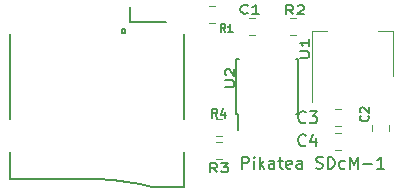
<source format=gbr>
%TF.GenerationSoftware,KiCad,Pcbnew,(5.1.6)-1*%
%TF.CreationDate,2021-02-04T13:42:59-06:00*%
%TF.ProjectId,Pikatea SD card Module,50696b61-7465-4612-9053-442063617264,rev?*%
%TF.SameCoordinates,Original*%
%TF.FileFunction,Legend,Top*%
%TF.FilePolarity,Positive*%
%FSLAX46Y46*%
G04 Gerber Fmt 4.6, Leading zero omitted, Abs format (unit mm)*
G04 Created by KiCad (PCBNEW (5.1.6)-1) date 2021-02-04 13:42:59*
%MOMM*%
%LPD*%
G01*
G04 APERTURE LIST*
%ADD10C,0.150000*%
%ADD11C,0.120000*%
G04 APERTURE END LIST*
D10*
X213073809Y-87502380D02*
X213073809Y-86502380D01*
X213454761Y-86502380D01*
X213550000Y-86550000D01*
X213597619Y-86597619D01*
X213645238Y-86692857D01*
X213645238Y-86835714D01*
X213597619Y-86930952D01*
X213550000Y-86978571D01*
X213454761Y-87026190D01*
X213073809Y-87026190D01*
X214073809Y-87502380D02*
X214073809Y-86835714D01*
X214073809Y-86502380D02*
X214026190Y-86550000D01*
X214073809Y-86597619D01*
X214121428Y-86550000D01*
X214073809Y-86502380D01*
X214073809Y-86597619D01*
X214550000Y-87502380D02*
X214550000Y-86502380D01*
X214645238Y-87121428D02*
X214930952Y-87502380D01*
X214930952Y-86835714D02*
X214550000Y-87216666D01*
X215788095Y-87502380D02*
X215788095Y-86978571D01*
X215740476Y-86883333D01*
X215645238Y-86835714D01*
X215454761Y-86835714D01*
X215359523Y-86883333D01*
X215788095Y-87454761D02*
X215692857Y-87502380D01*
X215454761Y-87502380D01*
X215359523Y-87454761D01*
X215311904Y-87359523D01*
X215311904Y-87264285D01*
X215359523Y-87169047D01*
X215454761Y-87121428D01*
X215692857Y-87121428D01*
X215788095Y-87073809D01*
X216121428Y-86835714D02*
X216502380Y-86835714D01*
X216264285Y-86502380D02*
X216264285Y-87359523D01*
X216311904Y-87454761D01*
X216407142Y-87502380D01*
X216502380Y-87502380D01*
X217216666Y-87454761D02*
X217121428Y-87502380D01*
X216930952Y-87502380D01*
X216835714Y-87454761D01*
X216788095Y-87359523D01*
X216788095Y-86978571D01*
X216835714Y-86883333D01*
X216930952Y-86835714D01*
X217121428Y-86835714D01*
X217216666Y-86883333D01*
X217264285Y-86978571D01*
X217264285Y-87073809D01*
X216788095Y-87169047D01*
X218121428Y-87502380D02*
X218121428Y-86978571D01*
X218073809Y-86883333D01*
X217978571Y-86835714D01*
X217788095Y-86835714D01*
X217692857Y-86883333D01*
X218121428Y-87454761D02*
X218026190Y-87502380D01*
X217788095Y-87502380D01*
X217692857Y-87454761D01*
X217645238Y-87359523D01*
X217645238Y-87264285D01*
X217692857Y-87169047D01*
X217788095Y-87121428D01*
X218026190Y-87121428D01*
X218121428Y-87073809D01*
X219311904Y-87454761D02*
X219454761Y-87502380D01*
X219692857Y-87502380D01*
X219788095Y-87454761D01*
X219835714Y-87407142D01*
X219883333Y-87311904D01*
X219883333Y-87216666D01*
X219835714Y-87121428D01*
X219788095Y-87073809D01*
X219692857Y-87026190D01*
X219502380Y-86978571D01*
X219407142Y-86930952D01*
X219359523Y-86883333D01*
X219311904Y-86788095D01*
X219311904Y-86692857D01*
X219359523Y-86597619D01*
X219407142Y-86550000D01*
X219502380Y-86502380D01*
X219740476Y-86502380D01*
X219883333Y-86550000D01*
X220311904Y-87502380D02*
X220311904Y-86502380D01*
X220550000Y-86502380D01*
X220692857Y-86550000D01*
X220788095Y-86645238D01*
X220835714Y-86740476D01*
X220883333Y-86930952D01*
X220883333Y-87073809D01*
X220835714Y-87264285D01*
X220788095Y-87359523D01*
X220692857Y-87454761D01*
X220550000Y-87502380D01*
X220311904Y-87502380D01*
X221740476Y-87454761D02*
X221645238Y-87502380D01*
X221454761Y-87502380D01*
X221359523Y-87454761D01*
X221311904Y-87407142D01*
X221264285Y-87311904D01*
X221264285Y-87026190D01*
X221311904Y-86930952D01*
X221359523Y-86883333D01*
X221454761Y-86835714D01*
X221645238Y-86835714D01*
X221740476Y-86883333D01*
X222169047Y-87502380D02*
X222169047Y-86502380D01*
X222502380Y-87216666D01*
X222835714Y-86502380D01*
X222835714Y-87502380D01*
X223311904Y-87121428D02*
X224073809Y-87121428D01*
X225073809Y-87502380D02*
X224502380Y-87502380D01*
X224788095Y-87502380D02*
X224788095Y-86502380D01*
X224692857Y-86645238D01*
X224597619Y-86740476D01*
X224502380Y-86788095D01*
D11*
%TO.C,R2*%
X217091422Y-74740000D02*
X217608578Y-74740000D01*
X217091422Y-76160000D02*
X217608578Y-76160000D01*
%TO.C,R1*%
X210758578Y-75160000D02*
X210241422Y-75160000D01*
X210758578Y-73740000D02*
X210241422Y-73740000D01*
%TO.C,R4*%
X211371078Y-84710000D02*
X210853922Y-84710000D01*
X211371078Y-83290000D02*
X210853922Y-83290000D01*
%TO.C,R3*%
X211371078Y-86660000D02*
X210853922Y-86660000D01*
X211371078Y-85240000D02*
X210853922Y-85240000D01*
%TO.C,C4*%
X221446078Y-85910000D02*
X220928922Y-85910000D01*
X221446078Y-84490000D02*
X220928922Y-84490000D01*
%TO.C,C3*%
X221446078Y-83910000D02*
X220928922Y-83910000D01*
X221446078Y-82490000D02*
X220928922Y-82490000D01*
%TO.C,C2*%
X225510000Y-83778922D02*
X225510000Y-84296078D01*
X224090000Y-83778922D02*
X224090000Y-84296078D01*
%TO.C,C1*%
X213628922Y-74790000D02*
X214146078Y-74790000D01*
X213628922Y-76210000D02*
X214146078Y-76210000D01*
D10*
%TO.C,U2*%
X212575000Y-82875000D02*
X212700000Y-82875000D01*
X212575000Y-78225000D02*
X212800000Y-78225000D01*
X217825000Y-78225000D02*
X217600000Y-78225000D01*
X217825000Y-82875000D02*
X217600000Y-82875000D01*
X212575000Y-82875000D02*
X212575000Y-78225000D01*
X217825000Y-82875000D02*
X217825000Y-78225000D01*
X212700000Y-82875000D02*
X212700000Y-84225000D01*
%TO.C,XS1*%
X193450000Y-88400000D02*
X200800000Y-88400000D01*
X200800000Y-88400000D02*
X202150000Y-88450000D01*
X202150000Y-88450000D02*
X203300000Y-88600000D01*
X203300000Y-88600000D02*
X204400000Y-88800000D01*
X204400000Y-88800000D02*
X205450000Y-89100000D01*
X203600000Y-75100000D02*
X203600000Y-73800000D01*
X193450000Y-83300000D02*
X193450000Y-76100000D01*
X193450000Y-86100000D02*
X193450000Y-88400000D01*
X205450000Y-89100000D02*
X208150000Y-89100000D01*
X208150000Y-89100000D02*
X208150000Y-86100000D01*
X208150000Y-76100000D02*
X208150000Y-83300000D01*
X203150000Y-75700000D02*
X202850000Y-75700000D01*
X202850000Y-75700000D02*
X202850000Y-76000000D01*
X202850000Y-76000000D02*
X203150000Y-76000000D01*
X203150000Y-76000000D02*
X203150000Y-75700000D01*
X203600000Y-75100000D02*
X206600000Y-75100000D01*
D11*
%TO.C,U1*%
X225810000Y-75890000D02*
X224550000Y-75890000D01*
X218990000Y-75890000D02*
X220250000Y-75890000D01*
X225810000Y-79650000D02*
X225810000Y-75890000D01*
X218990000Y-81900000D02*
X218990000Y-75890000D01*
%TO.C,R2*%
D10*
X217383333Y-74439285D02*
X217050000Y-74082142D01*
X216811904Y-74439285D02*
X216811904Y-73689285D01*
X217192857Y-73689285D01*
X217288095Y-73725000D01*
X217335714Y-73760714D01*
X217383333Y-73832142D01*
X217383333Y-73939285D01*
X217335714Y-74010714D01*
X217288095Y-74046428D01*
X217192857Y-74082142D01*
X216811904Y-74082142D01*
X217764285Y-73760714D02*
X217811904Y-73725000D01*
X217907142Y-73689285D01*
X218145238Y-73689285D01*
X218240476Y-73725000D01*
X218288095Y-73760714D01*
X218335714Y-73832142D01*
X218335714Y-73903571D01*
X218288095Y-74010714D01*
X217716666Y-74439285D01*
X218335714Y-74439285D01*
%TO.C,R1*%
X211641666Y-75944047D02*
X211425000Y-75634523D01*
X211270238Y-75944047D02*
X211270238Y-75294047D01*
X211517857Y-75294047D01*
X211579761Y-75325000D01*
X211610714Y-75355952D01*
X211641666Y-75417857D01*
X211641666Y-75510714D01*
X211610714Y-75572619D01*
X211579761Y-75603571D01*
X211517857Y-75634523D01*
X211270238Y-75634523D01*
X212260714Y-75944047D02*
X211889285Y-75944047D01*
X212075000Y-75944047D02*
X212075000Y-75294047D01*
X212013095Y-75386904D01*
X211951190Y-75448809D01*
X211889285Y-75479761D01*
%TO.C,R4*%
X210975000Y-83189285D02*
X210725000Y-82832142D01*
X210546428Y-83189285D02*
X210546428Y-82439285D01*
X210832142Y-82439285D01*
X210903571Y-82475000D01*
X210939285Y-82510714D01*
X210975000Y-82582142D01*
X210975000Y-82689285D01*
X210939285Y-82760714D01*
X210903571Y-82796428D01*
X210832142Y-82832142D01*
X210546428Y-82832142D01*
X211617857Y-82689285D02*
X211617857Y-83189285D01*
X211439285Y-82403571D02*
X211260714Y-82939285D01*
X211725000Y-82939285D01*
%TO.C,R3*%
X210945833Y-87789285D02*
X210612500Y-87432142D01*
X210374404Y-87789285D02*
X210374404Y-87039285D01*
X210755357Y-87039285D01*
X210850595Y-87075000D01*
X210898214Y-87110714D01*
X210945833Y-87182142D01*
X210945833Y-87289285D01*
X210898214Y-87360714D01*
X210850595Y-87396428D01*
X210755357Y-87432142D01*
X210374404Y-87432142D01*
X211279166Y-87039285D02*
X211898214Y-87039285D01*
X211564880Y-87325000D01*
X211707738Y-87325000D01*
X211802976Y-87360714D01*
X211850595Y-87396428D01*
X211898214Y-87467857D01*
X211898214Y-87646428D01*
X211850595Y-87717857D01*
X211802976Y-87753571D01*
X211707738Y-87789285D01*
X211422023Y-87789285D01*
X211326785Y-87753571D01*
X211279166Y-87717857D01*
%TO.C,C4*%
X218433333Y-85507142D02*
X218385714Y-85554761D01*
X218242857Y-85602380D01*
X218147619Y-85602380D01*
X218004761Y-85554761D01*
X217909523Y-85459523D01*
X217861904Y-85364285D01*
X217814285Y-85173809D01*
X217814285Y-85030952D01*
X217861904Y-84840476D01*
X217909523Y-84745238D01*
X218004761Y-84650000D01*
X218147619Y-84602380D01*
X218242857Y-84602380D01*
X218385714Y-84650000D01*
X218433333Y-84697619D01*
X219290476Y-84935714D02*
X219290476Y-85602380D01*
X219052380Y-84554761D02*
X218814285Y-85269047D01*
X219433333Y-85269047D01*
%TO.C,C3*%
X218433333Y-83557142D02*
X218385714Y-83604761D01*
X218242857Y-83652380D01*
X218147619Y-83652380D01*
X218004761Y-83604761D01*
X217909523Y-83509523D01*
X217861904Y-83414285D01*
X217814285Y-83223809D01*
X217814285Y-83080952D01*
X217861904Y-82890476D01*
X217909523Y-82795238D01*
X218004761Y-82700000D01*
X218147619Y-82652380D01*
X218242857Y-82652380D01*
X218385714Y-82700000D01*
X218433333Y-82747619D01*
X218766666Y-82652380D02*
X219385714Y-82652380D01*
X219052380Y-83033333D01*
X219195238Y-83033333D01*
X219290476Y-83080952D01*
X219338095Y-83128571D01*
X219385714Y-83223809D01*
X219385714Y-83461904D01*
X219338095Y-83557142D01*
X219290476Y-83604761D01*
X219195238Y-83652380D01*
X218909523Y-83652380D01*
X218814285Y-83604761D01*
X218766666Y-83557142D01*
%TO.C,C2*%
X223717857Y-83025000D02*
X223753571Y-83060714D01*
X223789285Y-83167857D01*
X223789285Y-83239285D01*
X223753571Y-83346428D01*
X223682142Y-83417857D01*
X223610714Y-83453571D01*
X223467857Y-83489285D01*
X223360714Y-83489285D01*
X223217857Y-83453571D01*
X223146428Y-83417857D01*
X223075000Y-83346428D01*
X223039285Y-83239285D01*
X223039285Y-83167857D01*
X223075000Y-83060714D01*
X223110714Y-83025000D01*
X223110714Y-82739285D02*
X223075000Y-82703571D01*
X223039285Y-82632142D01*
X223039285Y-82453571D01*
X223075000Y-82382142D01*
X223110714Y-82346428D01*
X223182142Y-82310714D01*
X223253571Y-82310714D01*
X223360714Y-82346428D01*
X223789285Y-82775000D01*
X223789285Y-82310714D01*
%TO.C,C1*%
X213533333Y-74317857D02*
X213485714Y-74353571D01*
X213342857Y-74389285D01*
X213247619Y-74389285D01*
X213104761Y-74353571D01*
X213009523Y-74282142D01*
X212961904Y-74210714D01*
X212914285Y-74067857D01*
X212914285Y-73960714D01*
X212961904Y-73817857D01*
X213009523Y-73746428D01*
X213104761Y-73675000D01*
X213247619Y-73639285D01*
X213342857Y-73639285D01*
X213485714Y-73675000D01*
X213533333Y-73710714D01*
X214485714Y-74389285D02*
X213914285Y-74389285D01*
X214200000Y-74389285D02*
X214200000Y-73639285D01*
X214104761Y-73746428D01*
X214009523Y-73817857D01*
X213914285Y-73853571D01*
%TO.C,U2*%
X211639285Y-80611904D02*
X212246428Y-80611904D01*
X212317857Y-80564285D01*
X212353571Y-80516666D01*
X212389285Y-80421428D01*
X212389285Y-80230952D01*
X212353571Y-80135714D01*
X212317857Y-80088095D01*
X212246428Y-80040476D01*
X211639285Y-80040476D01*
X211710714Y-79611904D02*
X211675000Y-79564285D01*
X211639285Y-79469047D01*
X211639285Y-79230952D01*
X211675000Y-79135714D01*
X211710714Y-79088095D01*
X211782142Y-79040476D01*
X211853571Y-79040476D01*
X211960714Y-79088095D01*
X212389285Y-79659523D01*
X212389285Y-79040476D01*
%TO.C,U1*%
X217989285Y-78111904D02*
X218596428Y-78111904D01*
X218667857Y-78064285D01*
X218703571Y-78016666D01*
X218739285Y-77921428D01*
X218739285Y-77730952D01*
X218703571Y-77635714D01*
X218667857Y-77588095D01*
X218596428Y-77540476D01*
X217989285Y-77540476D01*
X218739285Y-76540476D02*
X218739285Y-77111904D01*
X218739285Y-76826190D02*
X217989285Y-76826190D01*
X218096428Y-76921428D01*
X218167857Y-77016666D01*
X218203571Y-77111904D01*
%TD*%
M02*

</source>
